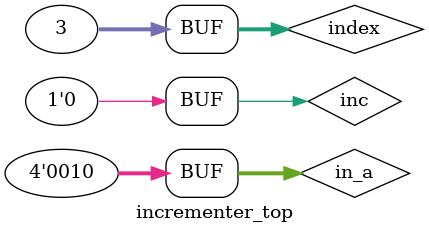
<source format=v>
`timescale 1ns/1ns          // set a realistic time scale for the simulation

module incrementer_top();

reg [3:0]in_a;              // the a input to the circuit
reg inc;                    // the inc input to the circuit
wire [3:0] sum;             // the y output
wire cry;                   // the cry output

integer index;              // index into the input/output arrays

initial    // all initial blocks run at start up...
begin
   inc = 1'b1;                                      // set the INC bit so it counts
   for ( index = 0 ; index < 16 ; index = index+1 ) // walk through the values
   begin
      in_a = index[3:0];            // the value to increment

      #10;                                // wait for propagation
      $display("a: ", in_a, " | inc: ", inc, " | sum: ", sum, " | cry: ", cry);
   end

   inc = 1'b0;     // make sure it doesn't count...
   for ( index = 0 ; index < 3 ; index = index+1 ) // walk through the values
   begin
      in_a = index[3:0];            // the value to increment

      #10;                                // wait for propagation
      $display("a: ", in_a, " | inc: ", inc, " | sum: ", sum, " | cry: ", cry);
   end

end

// this instantiates your design
incrementer incrementer(.a(in_a),.inc(inc),.y(sum),.cry(cry)); 

endmodule

</source>
